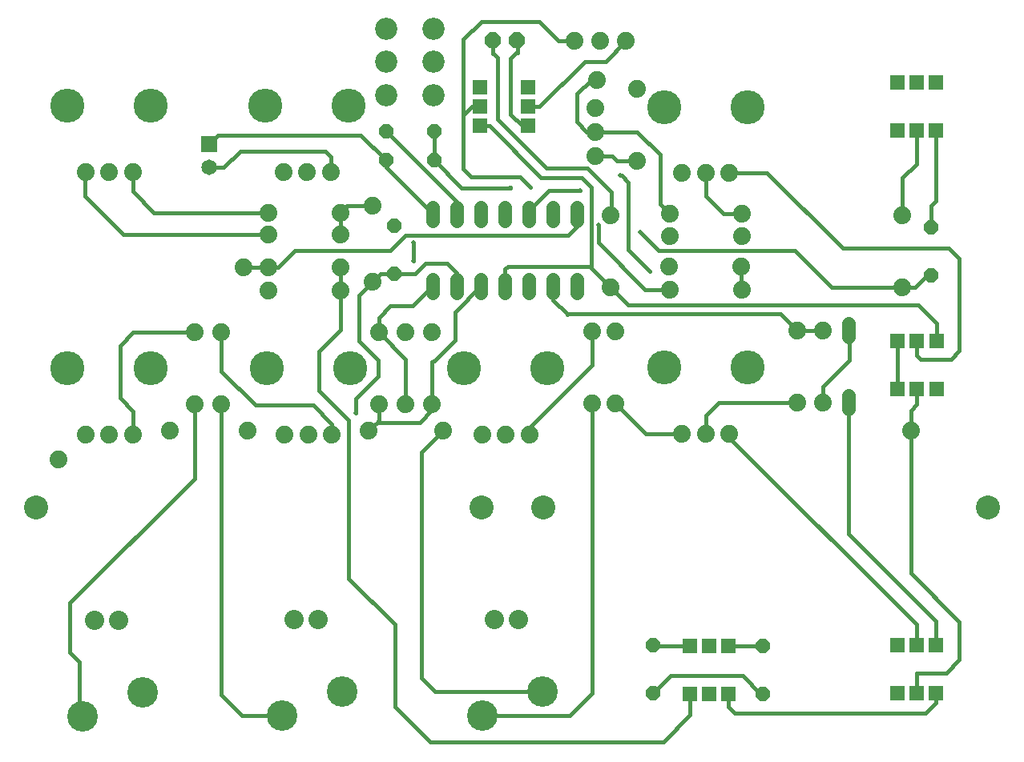
<source format=gbr>
G04 EAGLE Gerber RS-274X export*
G75*
%MOMM*%
%FSLAX34Y34*%
%LPD*%
%INTop Copper*%
%IPPOS*%
%AMOC8*
5,1,8,0,0,1.08239X$1,22.5*%
G01*
%ADD10C,1.879600*%
%ADD11C,3.600000*%
%ADD12P,1.583577X8X292.500000*%
%ADD13P,1.583577X8X112.500000*%
%ADD14P,1.583577X8X202.500000*%
%ADD15P,1.583577X8X22.500000*%
%ADD16R,1.651000X1.651000*%
%ADD17C,1.651000*%
%ADD18C,1.463037*%
%ADD19C,2.032000*%
%ADD20C,3.225800*%
%ADD21C,2.340000*%
%ADD22R,1.620000X1.620000*%
%ADD23P,1.814519X8X22.500000*%
%ADD24C,2.540000*%
%ADD25C,0.406400*%
%ADD26C,0.502400*%
%ADD27C,0.552400*%


D10*
X76600Y575800D03*
X101600Y575800D03*
X126600Y575800D03*
D11*
X57600Y645800D03*
X145600Y645800D03*
D12*
X676600Y75700D03*
X676600Y24900D03*
X792000Y74700D03*
X792000Y23900D03*
D13*
X402900Y468000D03*
X402900Y518800D03*
D14*
X444900Y619100D03*
X394100Y619100D03*
D15*
X394100Y588300D03*
X444900Y588300D03*
D13*
X969800Y466700D03*
X969800Y517500D03*
D16*
X207700Y605700D03*
D17*
X207700Y580700D03*
D10*
X707000Y574500D03*
X732000Y574500D03*
X757000Y574500D03*
D11*
X688000Y644500D03*
X776000Y644500D03*
D18*
X883200Y339515D02*
X883200Y324885D01*
X883200Y401085D02*
X883200Y415715D01*
D19*
X111750Y101850D03*
X86350Y101850D03*
D20*
X137150Y25650D03*
X73650Y250D03*
D19*
X322750Y102850D03*
X297350Y102850D03*
D20*
X348150Y26650D03*
X284650Y1250D03*
D19*
X533750Y102850D03*
X508350Y102850D03*
D20*
X559150Y26650D03*
X495650Y1250D03*
D21*
X444542Y657192D03*
X444542Y692192D03*
X444542Y727192D03*
X394542Y727192D03*
X394542Y692192D03*
X394542Y657192D03*
D10*
X617000Y673400D03*
X375900Y302100D03*
X47800Y272100D03*
X454500Y302100D03*
X248300Y302100D03*
X380200Y459900D03*
X948700Y302100D03*
X707000Y299000D03*
X732000Y299000D03*
X757000Y299000D03*
D11*
X688000Y369000D03*
X776000Y369000D03*
D10*
X76600Y298300D03*
X101600Y298300D03*
X126600Y298300D03*
D11*
X57600Y368300D03*
X145600Y368300D03*
D10*
X287100Y298300D03*
X312100Y298300D03*
X337100Y298300D03*
D11*
X268100Y368300D03*
X356100Y368300D03*
D10*
X495700Y298300D03*
X520700Y298300D03*
X545700Y298300D03*
D11*
X476700Y368300D03*
X564700Y368300D03*
D10*
X285800Y575800D03*
X310800Y575800D03*
X335800Y575800D03*
D11*
X266800Y645800D03*
X354800Y645800D03*
D10*
X636800Y407100D03*
X636800Y330900D03*
X191800Y406100D03*
X191800Y329900D03*
X220300Y406700D03*
X220300Y330500D03*
X611600Y407100D03*
X611600Y330900D03*
X770300Y508000D03*
X694100Y508000D03*
X269900Y509500D03*
X346100Y509500D03*
X414900Y330500D03*
X414900Y406700D03*
X269900Y533000D03*
X346100Y533000D03*
X940000Y530100D03*
X940000Y453900D03*
X659300Y663900D03*
X659300Y587700D03*
X694100Y531400D03*
X770300Y531400D03*
X829100Y331600D03*
X829100Y407800D03*
X855900Y331600D03*
X855900Y407800D03*
X769900Y475800D03*
X693700Y475800D03*
X694100Y451700D03*
X770300Y451700D03*
X346100Y475300D03*
X269900Y475300D03*
X346100Y450400D03*
X269900Y450400D03*
X443000Y329900D03*
X443000Y406100D03*
X386800Y406100D03*
X386800Y329900D03*
D22*
X975400Y75400D03*
X955000Y75400D03*
X934600Y75400D03*
X934600Y24600D03*
X955000Y24600D03*
X975400Y24600D03*
X715400Y23900D03*
X735800Y23900D03*
X756200Y23900D03*
X756200Y74700D03*
X735800Y74700D03*
X715400Y74700D03*
X975700Y397100D03*
X955300Y397100D03*
X934900Y397100D03*
X934900Y346300D03*
X955300Y346300D03*
X975700Y346300D03*
X975000Y670600D03*
X954600Y670600D03*
X934200Y670600D03*
X934200Y619800D03*
X954600Y619800D03*
X975000Y619800D03*
D10*
X615800Y593100D03*
X615800Y618500D03*
X615800Y643900D03*
D18*
X443700Y462615D02*
X443700Y447985D01*
X469100Y447985D02*
X469100Y462615D01*
X596100Y462615D02*
X596100Y447985D01*
X596100Y524185D02*
X596100Y538815D01*
X494500Y462615D02*
X494500Y447985D01*
X519900Y447985D02*
X519900Y462615D01*
X570700Y462615D02*
X570700Y447985D01*
X545300Y447985D02*
X545300Y462615D01*
X570700Y524185D02*
X570700Y538815D01*
X545300Y538815D02*
X545300Y524185D01*
X519900Y524185D02*
X519900Y538815D01*
X494500Y538815D02*
X494500Y524185D01*
X469100Y524185D02*
X469100Y538815D01*
X443700Y538815D02*
X443700Y524185D01*
D22*
X493100Y665500D03*
X493100Y645100D03*
X493100Y624700D03*
X543900Y624700D03*
X543900Y645100D03*
X543900Y665500D03*
D10*
X631500Y529900D03*
X631500Y453700D03*
D23*
X507200Y715400D03*
X532600Y715400D03*
D24*
X560100Y221300D03*
X1030100Y221300D03*
X24800Y221300D03*
X494800Y221300D03*
D10*
X620400Y714700D03*
X593100Y714700D03*
X647700Y714700D03*
X244000Y475000D03*
X380000Y540000D03*
X166000Y302000D03*
D25*
X732000Y299000D02*
X732000Y318000D01*
X746000Y332000D01*
X828700Y332000D01*
X829100Y331600D01*
X707000Y299000D02*
X668700Y299000D01*
X636800Y330900D01*
X790100Y23900D02*
X792000Y23900D01*
X790100Y23900D02*
X771000Y43000D01*
X694700Y43000D01*
X676600Y24900D01*
X570700Y440300D02*
X570700Y455300D01*
X570700Y440300D02*
X585500Y425500D01*
X586000Y425000D01*
X585500Y425500D02*
X811400Y425500D01*
X829100Y407800D01*
X855900Y407800D01*
X676600Y75700D02*
X677600Y74700D01*
X715400Y74700D01*
X756200Y74700D02*
X792000Y74700D01*
X346100Y409100D02*
X323000Y386000D01*
X323000Y345000D01*
X355000Y313000D01*
X355000Y146000D01*
X403500Y97500D01*
X403500Y10500D01*
X441000Y-27000D01*
X687000Y-27000D01*
X715400Y1400D02*
X715400Y23900D01*
X715400Y1400D02*
X687000Y-27000D01*
X346100Y450400D02*
X346100Y475300D01*
X346100Y450400D02*
X346100Y409100D01*
X975400Y24600D02*
X975400Y14400D01*
X964000Y3000D01*
X763000Y3000D01*
X756000Y10000D01*
X756000Y23700D01*
X756200Y23900D01*
X769900Y452100D02*
X769900Y475800D01*
X769900Y452100D02*
X770300Y451700D01*
X545300Y531500D02*
X545300Y535300D01*
X566000Y556000D01*
D26*
X599000Y556000D03*
D25*
X566000Y556000D01*
X757000Y299000D02*
X757000Y295000D01*
X955000Y97000D01*
X955000Y75400D01*
X244300Y475300D02*
X244000Y475000D01*
X244300Y475300D02*
X269900Y475300D01*
X280300Y475300D01*
X399000Y493000D02*
X415000Y509000D01*
X587000Y509000D01*
X596100Y518100D01*
X596100Y531500D01*
X298000Y493000D02*
X280300Y475300D01*
X298000Y493000D02*
X399000Y493000D01*
D26*
X619000Y520000D03*
D25*
X619000Y501000D01*
X668300Y451700D01*
X694100Y451700D01*
X855900Y348900D02*
X884000Y377000D01*
X884000Y407600D01*
X883200Y408400D01*
X855900Y348900D02*
X855900Y331600D01*
X883200Y332200D02*
X883200Y192800D01*
X975400Y100600D02*
X975400Y75400D01*
X975400Y100600D02*
X883200Y192800D01*
X955300Y330300D02*
X955300Y346300D01*
X948700Y323700D02*
X948700Y302100D01*
X948700Y323700D02*
X955300Y330300D01*
X948700Y302100D02*
X948700Y151300D01*
X1000000Y100000D01*
X1000000Y60000D01*
X986000Y46000D01*
X955000Y46000D01*
X955000Y24600D01*
X934900Y346300D02*
X934900Y397100D01*
X611000Y560000D02*
X601000Y570000D01*
X611000Y474200D02*
X631500Y453700D01*
X590000Y570000D02*
X585400Y570000D01*
X590000Y570000D02*
X601000Y570000D01*
X611000Y560000D02*
X611000Y476000D01*
X611000Y474200D01*
X520000Y455400D02*
X519900Y455300D01*
X520000Y455400D02*
X520000Y473000D01*
X523000Y476000D01*
X611000Y476000D01*
X631500Y453700D02*
X650200Y435000D01*
X957000Y435000D02*
X976000Y416000D01*
X976000Y397400D01*
X975700Y397100D01*
X957000Y435000D02*
X650200Y435000D01*
X585400Y570000D02*
X558000Y570000D01*
X503300Y624700D02*
X493100Y624700D01*
X503300Y624700D02*
X558000Y570000D01*
X116500Y509500D02*
X76000Y550000D01*
X76000Y575200D01*
X76600Y575800D01*
X116500Y509500D02*
X269900Y509500D01*
X126600Y555400D02*
X126600Y575800D01*
X149000Y533000D02*
X269900Y533000D01*
X149000Y533000D02*
X126600Y555400D01*
X378600Y540000D02*
X380000Y540000D01*
X353100Y540000D02*
X346100Y533000D01*
X353100Y540000D02*
X380000Y540000D01*
X954600Y584600D02*
X954600Y619800D01*
X954600Y584600D02*
X940000Y570000D01*
X940000Y530100D01*
X346100Y533000D02*
X346100Y509500D01*
X394100Y619100D02*
X469100Y544100D01*
X469100Y531500D01*
X953000Y453900D02*
X965800Y466700D01*
X953000Y453900D02*
X940000Y453900D01*
X965800Y466700D02*
X969800Y466700D01*
D26*
X663000Y512000D03*
D25*
X682000Y493000D01*
X826000Y493000D02*
X865000Y454000D01*
X939900Y454000D01*
X940000Y453900D01*
X826000Y493000D02*
X682000Y493000D01*
X443700Y531500D02*
X394100Y581100D01*
X394100Y588300D01*
X217000Y615000D02*
X207700Y605700D01*
X367400Y615000D02*
X394100Y588300D01*
X367400Y615000D02*
X217000Y615000D01*
X615800Y593100D02*
X632900Y593100D01*
X638300Y587700D02*
X659300Y587700D01*
X638300Y587700D02*
X632900Y593100D01*
D27*
X526000Y559000D03*
D25*
X474200Y559000D01*
X444900Y588300D01*
X444900Y619100D01*
X538300Y624700D02*
X543900Y624700D01*
X526000Y637000D02*
X526000Y696000D01*
X526000Y637000D02*
X538300Y624700D01*
X526000Y696000D02*
X532000Y702000D01*
X533000Y702000D01*
X533000Y715000D01*
X532600Y715400D01*
X975000Y619800D02*
X975000Y545000D01*
X969800Y539800D02*
X969800Y517500D01*
X969800Y539800D02*
X975000Y545000D01*
X617000Y673400D02*
X611000Y673400D01*
X596000Y658400D01*
X596000Y629000D01*
X606500Y618500D01*
X615800Y618500D01*
X659500Y618500D01*
X684000Y594000D01*
X684000Y541500D02*
X694100Y531400D01*
X684000Y541500D02*
X684000Y594000D01*
X989000Y495000D02*
X1000000Y484000D01*
X1000000Y387000D01*
X991000Y378000D01*
X959000Y378000D01*
X955000Y382000D01*
X955000Y396800D01*
X955300Y397100D01*
X900000Y495000D02*
X895000Y495000D01*
X900000Y495000D02*
X989000Y495000D01*
X895000Y495000D02*
X877000Y495000D01*
X797000Y575000D01*
X757500Y575000D01*
X757000Y574500D01*
X222700Y580700D02*
X207700Y580700D01*
X222700Y580700D02*
X240000Y598000D01*
X330000Y598000D01*
X336000Y592000D01*
X336000Y576000D01*
X335800Y575800D01*
X191800Y329900D02*
X191800Y251800D01*
X60000Y120000D01*
X60000Y68000D01*
X70000Y58000D01*
X70000Y3900D02*
X73650Y250D01*
X70000Y3900D02*
X70000Y58000D01*
X220300Y22700D02*
X220300Y330500D01*
X241750Y1250D02*
X284650Y1250D01*
X241750Y1250D02*
X220300Y22700D01*
X611600Y24600D02*
X611600Y330900D01*
X611600Y24600D02*
X588000Y1000D01*
X495900Y1000D01*
X495650Y1250D01*
X380200Y459900D02*
X388300Y468000D01*
X402900Y468000D01*
X424900Y468000D01*
X435900Y479000D01*
X459000Y479000D01*
X469100Y468900D01*
X469100Y455300D01*
X380200Y459900D02*
X366000Y445700D01*
X366000Y397000D01*
X386000Y377000D01*
X386000Y360000D01*
D26*
X362000Y321000D03*
D25*
X362000Y336000D01*
X386000Y360000D01*
X386800Y329900D02*
X386800Y313000D01*
X384800Y311000D01*
X381900Y308100D02*
X375900Y302100D01*
X405700Y311000D02*
X410000Y311000D01*
X430000Y311000D01*
X443000Y324000D01*
X443000Y329900D01*
X467000Y427800D02*
X494500Y455300D01*
X467000Y427800D02*
X467000Y398000D01*
X445000Y376000D01*
X444000Y376000D01*
X443000Y375000D01*
X443000Y329900D01*
X405700Y311000D02*
X384800Y311000D01*
X381900Y308100D01*
X432000Y41000D02*
X446350Y26650D01*
X559150Y26650D01*
X414900Y378000D02*
X386800Y406100D01*
X414900Y378000D02*
X414900Y330500D01*
X422400Y434000D02*
X443700Y455300D01*
X386800Y421800D02*
X386800Y406100D01*
X399000Y434000D02*
X422400Y434000D01*
X399000Y434000D02*
X386800Y421800D01*
X454500Y302100D02*
X432000Y279600D01*
X432000Y41000D01*
X631500Y529900D02*
X632000Y530400D01*
X632000Y555000D01*
X607000Y580000D02*
X564000Y580000D01*
X512000Y632000D01*
X512000Y697000D01*
X508000Y701000D01*
X507000Y701000D01*
X507000Y715200D01*
X507200Y715400D01*
X607000Y580000D02*
X632000Y555000D01*
D26*
X673000Y471000D03*
X642000Y572000D03*
X547000Y560000D03*
D25*
X650000Y494000D02*
X673000Y471000D01*
X650000Y494000D02*
X650000Y565000D01*
X643000Y572000D01*
X642000Y572000D01*
X547000Y560000D02*
X536000Y571000D01*
X484000Y571000D01*
X476000Y579000D01*
X476000Y636000D01*
X485100Y645100D01*
X493100Y645100D01*
X576300Y714700D02*
X593100Y714700D01*
X576300Y714700D02*
X556000Y735000D01*
X495000Y735000D01*
X476000Y716000D02*
X476000Y636000D01*
X476000Y716000D02*
X495000Y735000D01*
X626000Y693000D02*
X647700Y714700D01*
X626000Y693000D02*
X604000Y693000D01*
D26*
X423000Y501000D03*
X423000Y482000D03*
D25*
X423000Y501000D01*
X556000Y645000D02*
X604000Y693000D01*
X556000Y645000D02*
X544000Y645000D01*
X543900Y645100D01*
X750600Y531400D02*
X770300Y531400D01*
X750600Y531400D02*
X732000Y550000D01*
X732000Y574500D01*
X611600Y407100D02*
X611600Y371600D01*
X545700Y305700D02*
X545700Y298300D01*
X545700Y305700D02*
X611600Y371600D01*
X220300Y365100D02*
X220300Y406700D01*
X220300Y365100D02*
X256400Y329000D01*
X317000Y329000D01*
X337100Y308900D01*
X337100Y298300D01*
X127100Y406100D02*
X113000Y392000D01*
X127100Y406100D02*
X191800Y406100D01*
X113000Y337000D02*
X127000Y323000D01*
X127000Y298700D01*
X126600Y298300D01*
X113000Y337000D02*
X113000Y392000D01*
M02*

</source>
